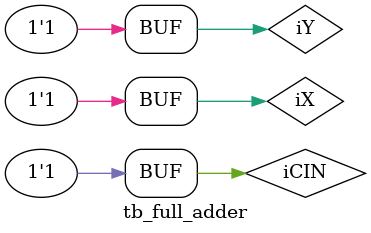
<source format=v>
`timescale 1ns/1ps

module tb_full_adder;
  reg iX, iY, iCIN;
  wire oSUM, oCARRY;

full_adder UFA (.iX(iX), .iY(iY), .iCIN(iCIN), .oSUM(oSUM), .oCARRY(oCARRY));

initial begin
  iX = 0; iY = 0; iCIN = 0;#100;
  iX = 0; iY = 1; iCIN = 0;#100;
  iX = 1; iY = 0; iCIN = 0;#100;
  iX = 1; iY = 1; iCIN = 0;#100;
  iX = 0; iY = 0; iCIN = 1;#100;
  iX = 0; iY = 1; iCIN = 1;#100;
  iX = 1; iY = 0; iCIN = 1;#100;
  iX = 1; iY = 1; iCIN = 1;#100;
end
endmodule

</source>
